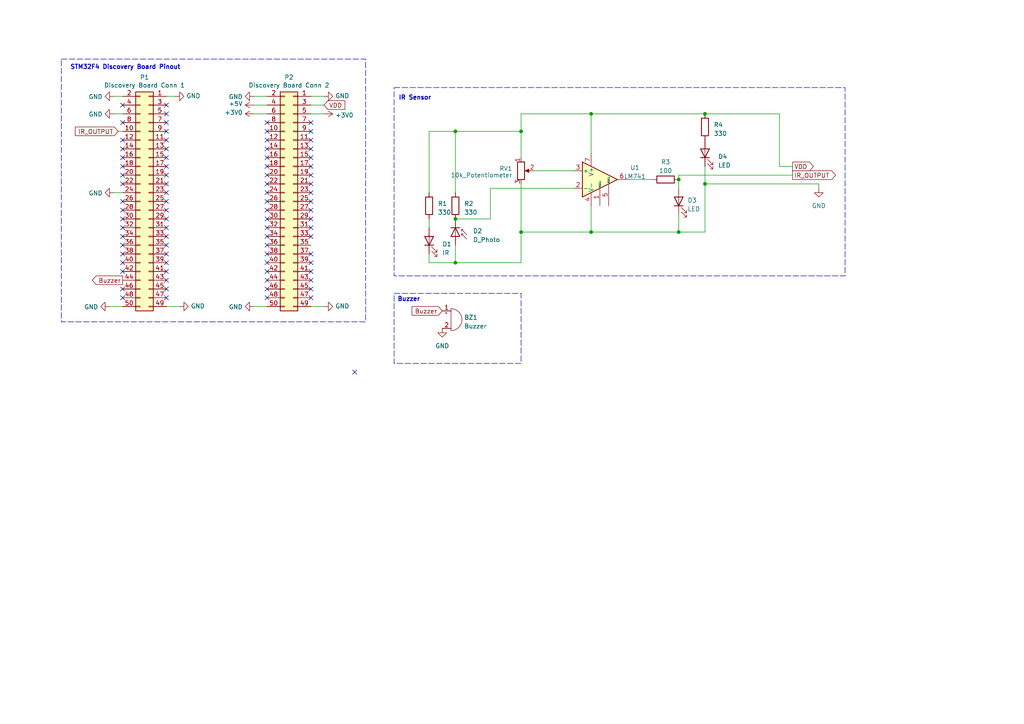
<source format=kicad_sch>
(kicad_sch (version 20230121) (generator eeschema)
  (paper "A4")
  (title_block (title "IR sensor object Detection") (comment 1 "Shooq Alasousi") (comment 2 "Embedded Systems ") (comment 3 "Subsystem for Car Park Assistance"))
  (lib_symbols
    (symbol "Amplifier_Operational:LM741" (pin_names (offset 0.127))
      (property "Reference" "U" (at 0 6.35 0))
      (property "Value" "LM741" (at 0 3.81 0))
      (symbol "LM741_0_1"
        (polyline (pts (xy -5.08 5.08) (xy 5.08 0) (xy -5.08 -5.08) (xy -5.08 5.08)) (stroke (width 0.254)) (fill (type background)))
      )
      (symbol "LM741_1_1"
        (pin input line (at 0 -7.62 90) (length 5.08) (name "NULL") (number "1"))
        (pin input line (at -7.62 -2.54 0) (length 2.54) (name "-") (number "2"))
        (pin input line (at -7.62 2.54 0) (length 2.54) (name "+") (number "3"))
        (pin power_in line (at -2.54 -7.62 90) (length 3.81) (name "V-") (number "4"))
        (pin input line (at 2.54 -7.62 90) (length 6.35) (name "NULL") (number "5"))
        (pin output line (at 7.62 0 180) (length 2.54) (name "~") (number "6"))
        (pin power_in line (at -2.54 7.62 270) (length 3.81) (name "V+") (number "7"))
        (pin no_connect line (at 0 2.54 270) (length 2.54) hide (name "NC") (number "8"))
      )
    )
    (symbol "Connector_Generic:Conn_02x25_Odd_Even" (pin_names (offset 1.016) hide)
      (property "Reference" "J" (at 1.27 33.02 0))
      (property "Value" "Conn_02x25_Odd_Even" (at 1.27 -33.02 0))
      (symbol "Conn_02x25_Odd_Even_1_1"
        (rectangle (start -1.27 -30.353) (end 0 -30.607) (stroke (width 0.1524)))
        (rectangle (start -1.27 -27.813) (end 0 -28.067) (stroke (width 0.1524)))
        (rectangle (start -1.27 -25.273) (end 0 -25.527) (stroke (width 0.1524)))
        (rectangle (start -1.27 -22.733) (end 0 -22.987) (stroke (width 0.1524)))
        (rectangle (start -1.27 -20.193) (end 0 -20.447) (stroke (width 0.1524)))
        (rectangle (start -1.27 -17.653) (end 0 -17.907) (stroke (width 0.1524)))
        (rectangle (start -1.27 -15.113) (end 0 -15.367) (stroke (width 0.1524)))
        (rectangle (start -1.27 -12.573) (end 0 -12.827) (stroke (width 0.1524)))
        (rectangle (start -1.27 -10.033) (end 0 -10.287) (stroke (width 0.1524)))
        (rectangle (start -1.27 -7.493) (end 0 -7.747) (stroke (width 0.1524)))
        (rectangle (start -1.27 -4.953) (end 0 -5.207) (stroke (width 0.1524)))
        (rectangle (start -1.27 -2.413) (end 0 -2.667) (stroke (width 0.1524)))
        (rectangle (start -1.27 0.127) (end 0 -0.127) (stroke (width 0.1524)))
        (rectangle (start -1.27 2.667) (end 0 2.413) (stroke (width 0.1524)))
        (rectangle (start -1.27 5.207) (end 0 4.953) (stroke (width 0.1524)))
        (rectangle (start -1.27 7.747) (end 0 7.493) (stroke (width 0.1524)))
        (rectangle (start -1.27 10.287) (end 0 10.033) (stroke (width 0.1524)))
        (rectangle (start -1.27 12.827) (end 0 12.573) (stroke (width 0.1524)))
        (rectangle (start -1.27 15.367) (end 0 15.113) (stroke (width 0.1524)))
        (rectangle (start -1.27 17.907) (end 0 17.653) (stroke (width 0.1524)))
        (rectangle (start -1.27 20.447) (end 0 20.193) (stroke (width 0.1524)))
        (rectangle (start -1.27 22.987) (end 0 22.733) (stroke (width 0.1524)))
        (rectangle (start -1.27 25.527) (end 0 25.273) (stroke (width 0.1524)))
        (rectangle (start -1.27 28.067) (end 0 27.813) (stroke (width 0.1524)))
        (rectangle (start -1.27 30.607) (end 0 30.353) (stroke (width 0.1524)))
        (rectangle (start -1.27 31.75) (end 3.81 -31.75) (stroke (width 0.254)) (fill (type background)))
        (rectangle (start 3.81 -30.353) (end 2.54 -30.607) (stroke (width 0.1524)))
        (rectangle (start 3.81 -27.813) (end 2.54 -28.067) (stroke (width 0.1524)))
        (rectangle (start 3.81 -25.273) (end 2.54 -25.527) (stroke (width 0.1524)))
        (rectangle (start 3.81 -22.733) (end 2.54 -22.987) (stroke (width 0.1524)))
        (rectangle (start 3.81 -20.193) (end 2.54 -20.447) (stroke (width 0.1524)))
        (rectangle (start 3.81 -17.653) (end 2.54 -17.907) (stroke (width 0.1524)))
        (rectangle (start 3.81 -15.113) (end 2.54 -15.367) (stroke (width 0.1524)))
        (rectangle (start 3.81 -12.573) (end 2.54 -12.827) (stroke (width 0.1524)))
        (rectangle (start 3.81 -10.033) (end 2.54 -10.287) (stroke (width 0.1524)))
        (rectangle (start 3.81 -7.493) (end 2.54 -7.747) (stroke (width 0.1524)))
        (rectangle (start 3.81 -4.953) (end 2.54 -5.207) (stroke (width 0.1524)))
        (rectangle (start 3.81 -2.413) (end 2.54 -2.667) (stroke (width 0.1524)))
        (rectangle (start 3.81 0.127) (end 2.54 -0.127) (stroke (width 0.1524)))
        (rectangle (start 3.81 2.667) (end 2.54 2.413) (stroke (width 0.1524)))
        (rectangle (start 3.81 5.207) (end 2.54 4.953) (stroke (width 0.1524)))
        (rectangle (start 3.81 7.747) (end 2.54 7.493) (stroke (width 0.1524)))
        (rectangle (start 3.81 10.287) (end 2.54 10.033) (stroke (width 0.1524)))
        (rectangle (start 3.81 12.827) (end 2.54 12.573) (stroke (width 0.1524)))
        (rectangle (start 3.81 15.367) (end 2.54 15.113) (stroke (width 0.1524)))
        (rectangle (start 3.81 17.907) (end 2.54 17.653) (stroke (width 0.1524)))
        (rectangle (start 3.81 20.447) (end 2.54 20.193) (stroke (width 0.1524)))
        (rectangle (start 3.81 22.987) (end 2.54 22.733) (stroke (width 0.1524)))
        (rectangle (start 3.81 25.527) (end 2.54 25.273) (stroke (width 0.1524)))
        (rectangle (start 3.81 28.067) (end 2.54 27.813) (stroke (width 0.1524)))
        (rectangle (start 3.81 30.607) (end 2.54 30.353) (stroke (width 0.1524)))
        (pin passive line (at -5.08 30.48 0) (length 3.81) (name "Pin_1") (number "1"))
        (pin passive line (at 7.62 20.32 180) (length 3.81) (name "Pin_10") (number "10"))
        (pin passive line (at -5.08 17.78 0) (length 3.81) (name "Pin_11") (number "11"))
        (pin passive line (at 7.62 17.78 180) (length 3.81) (name "Pin_12") (number "12"))
        (pin passive line (at -5.08 15.24 0) (length 3.81) (name "Pin_13") (number "13"))
        (pin passive line (at 7.62 15.24 180) (length 3.81) (name "Pin_14") (number "14"))
        (pin passive line (at -5.08 12.7 0) (length 3.81) (name "Pin_15") (number "15"))
        (pin passive line (at 7.62 12.7 180) (length 3.81) (name "Pin_16") (number "16"))
        (pin passive line (at -5.08 10.16 0) (length 3.81) (name "Pin_17") (number "17"))
        (pin passive line (at 7.62 10.16 180) (length 3.81) (name "Pin_18") (number "18"))
        (pin passive line (at -5.08 7.62 0) (length 3.81) (name "Pin_19") (number "19"))
        (pin passive line (at 7.62 30.48 180) (length 3.81) (name "Pin_2") (number "2"))
        (pin passive line (at 7.62 7.62 180) (length 3.81) (name "Pin_20") (number "20"))
        (pin passive line (at -5.08 5.08 0) (length 3.81) (name "Pin_21") (number "21"))
        (pin passive line (at 7.62 5.08 180) (length 3.81) (name "Pin_22") (number "22"))
        (pin passive line (at -5.08 2.54 0) (length 3.81) (name "Pin_23") (number "23"))
        (pin passive line (at 7.62 2.54 180) (length 3.81) (name "Pin_24") (number "24"))
        (pin passive line (at -5.08 0 0) (length 3.81) (name "Pin_25") (number "25"))
        (pin passive line (at 7.62 0 180) (length 3.81) (name "Pin_26") (number "26"))
        (pin passive line (at -5.08 -2.54 0) (length 3.81) (name "Pin_27") (number "27"))
        (pin passive line (at 7.62 -2.54 180) (length 3.81) (name "Pin_28") (number "28"))
        (pin passive line (at -5.08 -5.08 0) (length 3.81) (name "Pin_29") (number "29"))
        (pin passive line (at -5.08 27.94 0) (length 3.81) (name "Pin_3") (number "3"))
        (pin passive line (at 7.62 -5.08 180) (length 3.81) (name "Pin_30") (number "30"))
        (pin passive line (at -5.08 -7.62 0) (length 3.81) (name "Pin_31") (number "31"))
        (pin passive line (at 7.62 -7.62 180) (length 3.81) (name "Pin_32") (number "32"))
        (pin passive line (at -5.08 -10.16 0) (length 3.81) (name "Pin_33") (number "33"))
        (pin passive line (at 7.62 -10.16 180) (length 3.81) (name "Pin_34") (number "34"))
        (pin passive line (at -5.08 -12.7 0) (length 3.81) (name "Pin_35") (number "35"))
        (pin passive line (at 7.62 -12.7 180) (length 3.81) (name "Pin_36") (number "36"))
        (pin passive line (at -5.08 -15.24 0) (length 3.81) (name "Pin_37") (number "37"))
        (pin passive line (at 7.62 -15.24 180) (length 3.81) (name "Pin_38") (number "38"))
        (pin passive line (at -5.08 -17.78 0) (length 3.81) (name "Pin_39") (number "39"))
        (pin passive line (at 7.62 27.94 180) (length 3.81) (name "Pin_4") (number "4"))
        (pin passive line (at 7.62 -17.78 180) (length 3.81) (name "Pin_40") (number "40"))
        (pin passive line (at -5.08 -20.32 0) (length 3.81) (name "Pin_41") (number "41"))
        (pin passive line (at 7.62 -20.32 180) (length 3.81) (name "Pin_42") (number "42"))
        (pin passive line (at -5.08 -22.86 0) (length 3.81) (name "Pin_43") (number "43"))
        (pin passive line (at 7.62 -22.86 180) (length 3.81) (name "Pin_44") (number "44"))
        (pin passive line (at -5.08 -25.4 0) (length 3.81) (name "Pin_45") (number "45"))
        (pin passive line (at 7.62 -25.4 180) (length 3.81) (name "Pin_46") (number "46"))
        (pin passive line (at -5.08 -27.94 0) (length 3.81) (name "Pin_47") (number "47"))
        (pin passive line (at 7.62 -27.94 180) (length 3.81) (name "Pin_48") (number "48"))
        (pin passive line (at -5.08 -30.48 0) (length 3.81) (name "Pin_49") (number "49"))
        (pin passive line (at -5.08 25.4 0) (length 3.81) (name "Pin_5") (number "5"))
        (pin passive line (at 7.62 -30.48 180) (length 3.81) (name "Pin_50") (number "50"))
        (pin passive line (at 7.62 25.4 180) (length 3.81) (name "Pin_6") (number "6"))
        (pin passive line (at -5.08 22.86 0) (length 3.81) (name "Pin_7") (number "7"))
        (pin passive line (at 7.62 22.86 180) (length 3.81) (name "Pin_8") (number "8"))
        (pin passive line (at -5.08 20.32 0) (length 3.81) (name "Pin_9") (number "9"))
      )
    )
    (symbol "Device:Buzzer" (pin_names (offset 0.0254) hide)
      (property "Reference" "BZ" (at 3.81 1.27 0))
      (property "Value" "Buzzer" (at 3.81 -1.27 0))
      (symbol "Buzzer_0_1"
        (arc (start 0 -3.175) (mid 3.1612 0) (end 0 3.175))
        (polyline (pts (xy -1.651 1.905) (xy -1.143 1.905)))
        (polyline (pts (xy -1.397 2.159) (xy -1.397 1.651)))
        (polyline (pts (xy 0 3.175) (xy 0 -3.175)))
      )
      (symbol "Buzzer_1_1"
        (pin passive line (at -2.54 2.54 0) (length 2.54) (name "-") (number "1"))
        (pin passive line (at -2.54 -2.54 0) (length 2.54) (name "+") (number "2"))
      )
    )
    (symbol "Device:D_Photo" (pin_numbers hide) (pin_names hide)
      (property "Reference" "D" (at 0.508 1.778 0))
      (property "Value" "D_Photo" (at -1.016 -2.794 0))
      (symbol "D_Photo_0_1"
        (polyline (pts (xy -2.54 1.27) (xy -2.54 -1.27)) (stroke (width 0.254)))
        (polyline (pts (xy -2.032 1.778) (xy -1.524 1.778)))
        (polyline (pts (xy 0 0) (xy -2.54 0)))
        (polyline (pts (xy -0.508 3.302) (xy -2.032 1.778) (xy -2.032 2.286)))
        (polyline (pts (xy 0 -1.27) (xy 0 1.27) (xy -2.54 0) (xy 0 -1.27)) (stroke (width 0.254)))
        (polyline (pts (xy 0.762 3.302) (xy -0.762 1.778) (xy -0.762 2.286) (xy -0.762 1.778) (xy -0.254 1.778)))
      )
      (symbol "D_Photo_1_1"
        (pin passive line (at -5.08 0 0) (length 2.54) (name "K") (number "1"))
        (pin passive line (at 2.54 0 180) (length 2.54) (name "A") (number "2"))
      )
    )
    (symbol "Device:LED" (pin_numbers hide) (pin_names (offset 1.016) hide)
      (property "Reference" "D" (at 0 2.54 0))
      (property "Value" "LED" (at 0 -2.54 0))
      (symbol "LED_0_1"
        (polyline (pts (xy -1.27 -1.27) (xy -1.27 1.27)) (stroke (width 0.254)))
        (polyline (pts (xy -1.27 0) (xy 1.27 0)))
        (polyline (pts (xy 1.27 -1.27) (xy 1.27 1.27) (xy -1.27 0) (xy 1.27 -1.27)) (stroke (width 0.254)))
        (polyline (pts (xy -3.048 -0.762) (xy -4.572 -2.286) (xy -3.81 -2.286) (xy -4.572 -2.286) (xy -4.572 -1.524)))
        (polyline (pts (xy -1.778 -0.762) (xy -3.302 -2.286) (xy -2.54 -2.286) (xy -3.302 -2.286) (xy -3.302 -1.524)))
      )
      (symbol "LED_1_1"
        (pin passive line (at -3.81 0 0) (length 2.54) (name "K") (number "1"))
        (pin passive line (at 3.81 0 180) (length 2.54) (name "A") (number "2"))
      )
    )
    (symbol "Device:R" (pin_numbers hide) (pin_names (offset 0))
      (property "Reference" "R" (at 2.032 0 90))
      (property "Value" "R" (at 0 0 90))
      (symbol "R_0_1"
        (rectangle (start -1.016 -2.54) (end 1.016 2.54) (stroke (width 0.254)))
      )
      (symbol "R_1_1"
        (pin passive line (at 0 3.81 270) (length 1.27) (name "~") (number "1"))
        (pin passive line (at 0 -3.81 90) (length 1.27) (name "~") (number "2"))
      )
    )
    (symbol "Device:R_Potentiometer" (pin_names (offset 1.016) hide)
      (property "Reference" "RV" (at -4.445 0 90))
      (property "Value" "R_Potentiometer" (at -2.54 0 90))
      (symbol "R_Potentiometer_0_1"
        (polyline (pts (xy 2.54 0) (xy 1.524 0)))
        (polyline (pts (xy 1.143 0) (xy 2.286 0.508) (xy 2.286 -0.508) (xy 1.143 0)) (fill (type outline)))
        (rectangle (start 1.016 2.54) (end -1.016 -2.54) (stroke (width 0.254)))
      )
      (symbol "R_Potentiometer_1_1"
        (pin passive line (at 0 3.81 270) (length 1.27) (name "1") (number "1"))
        (pin passive line (at 3.81 0 180) (length 1.27) (name "2") (number "2"))
        (pin passive line (at 0 -3.81 90) (length 1.27) (name "3") (number "3"))
      )
    )
    (symbol "LED:IR26-21C_L110_TR8" (pin_numbers hide) (pin_names (offset 1.016) hide)
      (property "Reference" "D" (at 0 2.54 0))
      (property "Value" "IR26-21C_L110_TR8" (at 0 -3.81 0))
      (symbol "IR26-21C_L110_TR8_0_1"
        (polyline (pts (xy -1.27 -1.27) (xy -1.27 1.27)) (stroke (width 0.254)))
        (polyline (pts (xy -1.27 0) (xy 1.27 0)))
        (polyline (pts (xy 1.27 -1.27) (xy 1.27 1.27) (xy -1.27 0) (xy 1.27 -1.27)) (stroke (width 0.254)))
        (polyline (pts (xy -3.048 -0.762) (xy -4.572 -2.286) (xy -3.81 -2.286) (xy -4.572 -2.286) (xy -4.572 -1.524)))
        (polyline (pts (xy -1.778 -0.762) (xy -3.302 -2.286) (xy -2.54 -2.286) (xy -3.302 -2.286) (xy -3.302 -1.524)))
      )
      (symbol "IR26-21C_L110_TR8_1_1"
        (pin passive line (at -3.81 0 0) (length 2.54) (name "K") (number "1"))
        (pin passive line (at 3.81 0 180) (length 2.54) (name "A") (number "2"))
      )
    )
    (symbol "power:+3V0" (power) (pin_names (offset 0))
      (property "Value" "+3V0" (at 0 3.556 0))
      (symbol "+3V0_0_1"
        (polyline (pts (xy -0.762 1.27) (xy 0 2.54)))
        (polyline (pts (xy 0 0) (xy 0 2.54)))
        (polyline (pts (xy 0 2.54) (xy 0.762 1.27)))
      )
      (symbol "+3V0_1_1"
        (pin power_in line (at 0 0 90) (length 0) hide (name "+3V0") (number "1"))
      )
    )
    (symbol "power:+5V" (power) (pin_names (offset 0))
      (property "Value" "+5V" (at 0 3.556 0))
      (symbol "+5V_0_1"
        (polyline (pts (xy -0.762 1.27) (xy 0 2.54)))
        (polyline (pts (xy 0 0) (xy 0 2.54)))
        (polyline (pts (xy 0 2.54) (xy 0.762 1.27)))
      )
      (symbol "+5V_1_1"
        (pin power_in line (at 0 0 90) (length 0) hide (name "+5V") (number "1"))
      )
    )
    (symbol "power:GND" (power) (pin_names (offset 0))
      (property "Value" "GND" (at 0 -3.81 0))
      (symbol "GND_0_1"
        (polyline (pts (xy 0 0) (xy 0 -1.27) (xy 1.27 -1.27) (xy 0 -2.54) (xy -1.27 -1.27) (xy 0 -1.27)))
      )
      (symbol "GND_1_1"
        (pin power_in line (at 0 0 270) (length 0) hide (name "GND") (number "1"))
      )
    )
  )
  (junction (at 196.85 67.31))
  (junction (at 132.08 63.5))
  (junction (at 171.45 67.31))
  (junction (at 171.45 33.02))
  (junction (at 132.08 76.2))
  (junction (at 151.13 38.1))
  (junction (at 204.47 53.34))
  (junction (at 196.85 52.07))
  (junction (at 204.47 33.02))
  (junction (at 132.08 38.1))
  (junction (at 151.13 67.31))
  (no_connect (at 48.26 50.8))
  (no_connect (at 48.26 83.82))
  (no_connect (at 102.87 107.95))
  (no_connect (at 48.26 60.96))
  (no_connect (at 77.47 58.42))
  (no_connect (at 90.17 35.56))
  (no_connect (at 48.26 45.72))
  (no_connect (at 35.56 53.34))
  (no_connect (at 35.56 40.64))
  (no_connect (at 48.26 66.04))
  (no_connect (at 77.47 63.5))
  (no_connect (at 90.17 53.34))
  (no_connect (at 48.26 78.74))
  (no_connect (at 35.56 63.5))
  (no_connect (at 77.47 38.1))
  (no_connect (at 35.56 45.72))
  (no_connect (at 48.26 68.58))
  (no_connect (at 48.26 40.64))
  (no_connect (at 35.56 30.48))
  (no_connect (at 77.47 81.28))
  (no_connect (at 48.26 63.5))
  (no_connect (at 48.26 53.34))
  (no_connect (at 90.17 43.18))
  (no_connect (at 35.56 76.2))
  (no_connect (at 90.17 48.26))
  (no_connect (at 77.47 53.34))
  (no_connect (at 77.47 50.8))
  (no_connect (at 48.26 30.48))
  (no_connect (at 90.17 38.1))
  (no_connect (at 77.47 78.74))
  (no_connect (at 35.56 50.8))
  (no_connect (at 90.17 45.72))
  (no_connect (at 90.17 73.66))
  (no_connect (at 90.17 81.28))
  (no_connect (at 35.56 48.26))
  (no_connect (at 35.56 35.56))
  (no_connect (at 35.56 58.42))
  (no_connect (at 35.56 66.04))
  (no_connect (at 90.17 66.04))
  (no_connect (at 90.17 76.2))
  (no_connect (at 90.17 50.8))
  (no_connect (at 77.47 48.26))
  (no_connect (at 48.26 58.42))
  (no_connect (at 48.26 33.02))
  (no_connect (at 90.17 68.58))
  (no_connect (at 77.47 71.12))
  (no_connect (at 90.17 55.88))
  (no_connect (at 90.17 83.82))
  (no_connect (at 90.17 78.74))
  (no_connect (at 77.47 55.88))
  (no_connect (at 90.17 40.64))
  (no_connect (at 77.47 40.64))
  (no_connect (at 77.47 86.36))
  (no_connect (at 48.26 43.18))
  (no_connect (at 48.26 73.66))
  (no_connect (at 48.26 35.56))
  (no_connect (at 48.26 76.2))
  (no_connect (at 48.26 81.28))
  (no_connect (at 35.56 68.58))
  (no_connect (at 35.56 78.74))
  (no_connect (at 90.17 63.5))
  (no_connect (at 48.26 48.26))
  (no_connect (at 90.17 60.96))
  (no_connect (at 48.26 71.12))
  (no_connect (at 77.47 73.66))
  (no_connect (at 77.47 83.82))
  (no_connect (at 90.17 58.42))
  (no_connect (at 77.47 43.18))
  (no_connect (at 35.56 73.66))
  (no_connect (at 48.26 38.1))
  (no_connect (at 48.26 86.36))
  (no_connect (at 35.56 83.82))
  (no_connect (at 35.56 60.96))
  (no_connect (at 77.47 60.96))
  (no_connect (at 48.26 55.88))
  (no_connect (at 77.47 76.2))
  (no_connect (at 77.47 35.56))
  (no_connect (at 77.47 66.04))
  (no_connect (at 35.56 43.18))
  (no_connect (at 77.47 68.58))
  (no_connect (at 35.56 71.12))
  (no_connect (at 90.17 86.36))
  (no_connect (at 35.56 86.36))
  (no_connect (at 77.47 45.72))
  (wire (pts (xy 73.66 88.9) (xy 77.47 88.9)))
  (wire (pts (xy 151.13 67.31) (xy 151.13 76.2)))
  (wire (pts (xy 33.02 55.88) (xy 35.56 55.88)))
  (wire (pts (xy 229.87 48.26) (xy 226.06 48.26)))
  (wire (pts (xy 196.85 62.23) (xy 196.85 67.31)))
  (wire (pts (xy 33.02 27.94) (xy 35.56 27.94)))
  (wire (pts (xy 151.13 76.2) (xy 132.08 76.2)))
  (wire (pts (xy 132.08 38.1) (xy 132.08 55.88)))
  (wire (pts (xy 50.8 27.94) (xy 48.26 27.94)))
  (wire (pts (xy 31.75 88.9) (xy 35.56 88.9)))
  (wire (pts (xy 73.66 30.48) (xy 77.47 30.48)))
  (wire (pts (xy 90.17 88.9) (xy 93.98 88.9)))
  (wire (pts (xy 90.17 33.02) (xy 93.98 33.02)))
  (wire (pts (xy 73.66 27.94) (xy 77.47 27.94)))
  (wire (pts (xy 229.87 50.8) (xy 196.85 50.8)))
  (wire (pts (xy 151.13 67.31) (xy 171.45 67.31)))
  (wire (pts (xy 124.46 38.1) (xy 124.46 55.88)))
  (wire (pts (xy 33.02 33.02) (xy 35.56 33.02)))
  (wire (pts (xy 226.06 48.26) (xy 226.06 33.02)))
  (wire (pts (xy 124.46 63.5) (xy 124.46 66.04)))
  (wire (pts (xy 204.47 67.31) (xy 196.85 67.31)))
  (wire (pts (xy 132.08 76.2) (xy 124.46 76.2)))
  (wire (pts (xy 171.45 59.69) (xy 171.45 67.31)))
  (wire (pts (xy 166.37 49.53) (xy 154.94 49.53)))
  (wire (pts (xy 196.85 67.31) (xy 171.45 67.31)))
  (wire (pts (xy 196.85 54.61) (xy 196.85 52.07)))
  (wire (pts (xy 142.24 54.61) (xy 142.24 63.5)))
  (wire (pts (xy 171.45 44.45) (xy 171.45 33.02)))
  (wire (pts (xy 124.46 76.2) (xy 124.46 73.66)))
  (wire (pts (xy 90.17 30.48) (xy 93.98 30.48)))
  (wire (pts (xy 166.37 54.61) (xy 142.24 54.61)))
  (wire (pts (xy 204.47 53.34) (xy 237.49 53.34)))
  (wire (pts (xy 171.45 33.02) (xy 204.47 33.02)))
  (wire (pts (xy 132.08 38.1) (xy 151.13 38.1)))
  (wire (pts (xy 132.08 71.12) (xy 132.08 76.2)))
  (wire (pts (xy 196.85 50.8) (xy 196.85 52.07)))
  (wire (pts (xy 181.61 52.07) (xy 189.23 52.07)))
  (wire (pts (xy 151.13 38.1) (xy 151.13 45.72)))
  (wire (pts (xy 204.47 48.26) (xy 204.47 53.34)))
  (wire (pts (xy 90.17 27.94) (xy 93.98 27.94)))
  (wire (pts (xy 151.13 53.34) (xy 151.13 67.31)))
  (wire (pts (xy 132.08 63.5) (xy 142.24 63.5)))
  (wire (pts (xy 73.66 33.02) (xy 77.47 33.02)))
  (wire (pts (xy 34.29 38.1) (xy 35.56 38.1)))
  (wire (pts (xy 226.06 33.02) (xy 204.47 33.02)))
  (wire (pts (xy 52.07 88.9) (xy 48.26 88.9)))
  (wire (pts (xy 204.47 53.34) (xy 204.47 67.31)))
  (wire (pts (xy 132.08 38.1) (xy 124.46 38.1)))
  (wire (pts (xy 151.13 33.02) (xy 171.45 33.02)))
  (wire (pts (xy 237.49 53.34) (xy 237.49 54.61)))
  (wire (pts (xy 151.13 33.02) (xy 151.13 38.1)))
  (rectangle (start 17.78 17.145) (end 106.045 93.345) (stroke (width 0) (type dash)))
  (rectangle (start 114.3 25.4) (end 245.11 80.01) (stroke (width 0) (type dash)))
  (rectangle (start 114.3 85.09) (end 151.13 105.41) (stroke (width 0) (type dash)))
  (text "STM32F4 Discovery Board Pinout" (at 20.32 20.32 0) (effects (font (size 1.27 1.27) (thickness 0.254) bold) (justify left bottom)))
  (text "IR Sensor" (at 115.57 29.21 0) (effects (font (size 1.27 1.27) (thickness 0.254) bold) (justify left bottom)))
  (text "Buzzer" (at 121.92 87.63 0) (effects (font (size 1.27 1.27) (thickness 0.254) bold) (justify right bottom)))
  (global_label "Buzzer" (shape output) (at 35.56 81.28 180) (property "Intersheetrefs" "${INTERSHEET_REFS}" (effects hide)))
  (global_label "VDD" (shape output) (at 229.87 48.26 0) (property "Intersheetrefs" "${INTERSHEET_REFS}" (effects hide)))
  (global_label "VDD" (shape input) (at 93.98 30.48 0) (property "Intersheetrefs" "${INTERSHEET_REFS}" (effects hide)))
  (global_label "IR_OUTPUT" (shape input) (at 34.29 38.1 180) (property "Intersheetrefs" "${INTERSHEET_REFS}" (effects hide)))
  (global_label "IR_OUTPUT" (shape output) (at 229.87 50.8 0) (property "Intersheetrefs" "${INTERSHEET_REFS}" (effects hide)))
  (global_label "Buzzer" (shape input) (at 128.27 90.17 180) (property "Intersheetrefs" "${INTERSHEET_REFS}" (effects hide)))
  (symbol (lib_id "power:GND") (at 52.07 88.9 90) (unit 1)
    (property "Reference" "#PWR06" (effects hide))
    (property "Value" "GND" (at 55.3212 88.773 90) (effects (justify right)))
  )
  (symbol (lib_id "Device:D_Photo") (at 132.08 68.58 270) (unit 1)
    (property "Reference" "D2" (at 137.16 66.9925 90) (effects (justify left)))
    (property "Value" "D_Photo" (at 137.16 69.5325 90) (effects (justify left)))
    (property "Footprint" "LED_THT:LED_D4.0mm" (effects hide))
  )
  (symbol (lib_id "power:GND") (at 93.98 27.94 90) (unit 1)
    (property "Reference" "#PWR011" (effects hide))
    (property "Value" "GND" (at 97.2312 27.813 90) (effects (justify right)))
  )
  (symbol (lib_id "Device:LED") (at 204.47 44.45 90) (unit 1)
    (property "Reference" "D4" (at 208.28 45.4025 90) (effects (justify right)))
    (property "Value" "LED" (at 208.28 47.9425 90) (effects (justify right)))
    (property "Footprint" "LED_SMD:LED_0805_2012Metric_Pad1.15x1.40mm_HandSolder" (effects hide))
  )
  (symbol (lib_id "power:GND") (at 128.27 95.25 0) (unit 1)
    (property "Reference" "#PWR012" (effects hide))
    (property "Value" "GND" (at 128.27 100.33 0))
  )
  (symbol (lib_id "power:GND") (at 33.02 27.94 270) (unit 1)
    (property "Reference" "#PWR02" (effects hide))
    (property "Value" "GND" (at 29.7688 28.067 90) (effects (justify right)))
  )
  (symbol (lib_id "Device:Buzzer") (at 130.81 92.71 0) (unit 1)
    (property "Reference" "BZ1" (at 134.62 92.075 0) (effects (justify left)))
    (property "Value" "Buzzer" (at 134.62 94.615 0) (effects (justify left)))
    (property "Footprint" "Buzzer_Beeper:Buzzer_12x9.5RM7.6" (effects hide))
  )
  (symbol (lib_id "power:GND") (at 31.75 88.9 270) (unit 1)
    (property "Reference" "#PWR01" (effects hide))
    (property "Value" "GND" (at 28.4988 89.027 90) (effects (justify right)))
  )
  (symbol (lib_id "power:GND") (at 237.49 54.61 0) (unit 1)
    (property "Reference" "#PWR015" (effects hide))
    (property "Value" "GND" (at 237.49 59.69 0))
  )
  (symbol (lib_id "Connector_Generic:Conn_02x25_Odd_Even") (at 85.09 58.42 0) (mirror y) (unit 1)
    (property "Reference" "P2" (at 83.82 22.4282 0))
    (property "Value" "Discovery Board Conn 2" (at 83.82 24.7396 0))
    (property "Footprint" "Connector_PinSocket_2.54mm:PinSocket_2x25_P2.54mm_Vertical" (effects hide))
  )
  (symbol (lib_id "power:GND") (at 33.02 33.02 270) (unit 1)
    (property "Reference" "#PWR03" (effects hide))
    (property "Value" "GND" (at 29.7688 33.147 90) (effects (justify right)))
  )
  (symbol (lib_id "Device:R_Potentiometer") (at 151.13 49.53 0) (unit 1)
    (property "Reference" "RV1" (at 148.59 48.895 0) (effects (justify right)))
    (property "Value" "10k_Potentiometer" (at 148.59 50.8 0) (effects (justify right)))
    (property "Footprint" "Potentiometer_THT:Potentiometer_ACP_CA9-V10_Vertical_Hole" (effects hide))
  )
  (symbol (lib_id "Device:LED") (at 196.85 58.42 90) (unit 1)
    (property "Reference" "D3" (at 199.39 58.1025 90) (effects (justify right)))
    (property "Value" "LED" (at 199.39 60.6425 90) (effects (justify right)))
    (property "Footprint" "LED_SMD:LED_0805_2012Metric_Pad1.15x1.40mm_HandSolder" (effects hide))
  )
  (symbol (lib_id "power:GND") (at 33.02 55.88 270) (unit 1)
    (property "Reference" "#PWR04" (effects hide))
    (property "Value" "GND" (at 29.7688 56.007 90) (effects (justify right)))
  )
  (symbol (lib_id "power:GND") (at 73.66 88.9 270) (unit 1)
    (property "Reference" "#PWR010" (effects hide))
    (property "Value" "GND" (at 70.4088 89.027 90) (effects (justify right)))
  )
  (symbol (lib_id "power:GND") (at 93.98 88.9 90) (unit 1)
    (property "Reference" "#PWR014" (effects hide))
    (property "Value" "GND" (at 97.2312 88.773 90) (effects (justify right)))
  )
  (symbol (lib_id "Device:R") (at 204.47 36.83 0) (unit 1)
    (property "Reference" "R4" (at 207.01 36.195 0) (effects (justify left)))
    (property "Value" "330" (at 207.01 38.735 0) (effects (justify left)))
    (property "Footprint" "Resistor_SMD:R_0805_2012Metric" (effects hide))
  )
  (symbol (lib_id "power:+3V0") (at 73.66 33.02 90) (unit 1)
    (property "Reference" "#PWR09" (effects hide))
    (property "Value" "+3V0" (at 70.4088 32.639 90) (effects (justify left)))
  )
  (symbol (lib_id "power:GND") (at 73.66 27.94 270) (unit 1)
    (property "Reference" "#PWR07" (effects hide))
    (property "Value" "GND" (at 70.4088 28.067 90) (effects (justify right)))
  )
  (symbol (lib_id "Amplifier_Operational:LM741") (at 173.99 52.07 0) (unit 1)
    (property "Reference" "U1" (at 184.15 48.6411 0))
    (property "Value" "LM741" (at 184.15 51.1811 0))
    (property "Footprint" "Package_SO:TSSOP-8_3x3mm_P0.65mm" (effects hide))
    (property "Datasheet" "http://www.ti.com/lit/ds/symlink/lm741.pdf" (effects hide))
  )
  (symbol (lib_id "Device:R") (at 124.46 59.69 0) (unit 1)
    (property "Reference" "R1" (at 127 59.055 0) (effects (justify left)))
    (property "Value" "330" (at 127 61.595 0) (effects (justify left)))
    (property "Footprint" "Resistor_SMD:R_0805_2012Metric_Pad1.20x1.40mm_HandSolder" (effects hide))
  )
  (symbol (lib_id "power:+5V") (at 73.66 30.48 90) (unit 1)
    (property "Reference" "#PWR08" (effects hide))
    (property "Value" "+5V" (at 70.4088 30.099 90) (effects (justify left)))
  )
  (symbol (lib_id "power:+3V0") (at 93.98 33.02 270) (unit 1)
    (property "Reference" "#PWR013" (effects hide))
    (property "Value" "+3V0" (at 97.2312 33.401 90) (effects (justify left)))
  )
  (symbol (lib_id "power:GND") (at 50.8 27.94 90) (unit 1)
    (property "Reference" "#PWR05" (effects hide))
    (property "Value" "GND" (at 54.0512 27.813 90) (effects (justify right)))
  )
  (symbol (lib_id "Device:R") (at 193.04 52.07 90) (unit 1)
    (property "Reference" "R3" (at 193.04 46.99 90))
    (property "Value" "100" (at 193.04 49.53 90))
    (property "Footprint" "Resistor_SMD:R_0805_2012Metric" (effects hide))
  )
  (symbol (lib_id "Device:R") (at 132.08 59.69 0) (unit 1)
    (property "Reference" "R2" (at 134.62 59.055 0) (effects (justify left)))
    (property "Value" "330" (at 134.62 61.595 0) (effects (justify left)))
    (property "Footprint" "Resistor_SMD:R_0805_2012Metric" (effects hide))
  )
  (symbol (lib_id "LED:IR26-21C_L110_TR8") (at 124.46 69.85 90) (unit 1)
    (property "Reference" "D1" (at 128.27 70.8025 90) (effects (justify right)))
    (property "Value" "IR" (at 128.27 73.3425 90) (effects (justify right)))
    (property "Footprint" "LED_SMD:LED_1206_3216Metric" (effects hide))
    (property "Datasheet" "http://www.everlight.com/file/ProductFile/IR26-21C-L110-TR8.pdf" (effects hide))
  )
  (symbol (lib_id "Connector_Generic:Conn_02x25_Odd_Even") (at 43.18 58.42 0) (mirror y) (unit 1)
    (property "Reference" "P1" (at 41.91 22.4282 0))
    (property "Value" "Discovery Board Conn 1" (at 41.91 24.7396 0))
    (property "Footprint" "Connector_PinSocket_2.54mm:PinSocket_2x25_P2.54mm_Vertical" (effects hide))
  )
)
</source>
